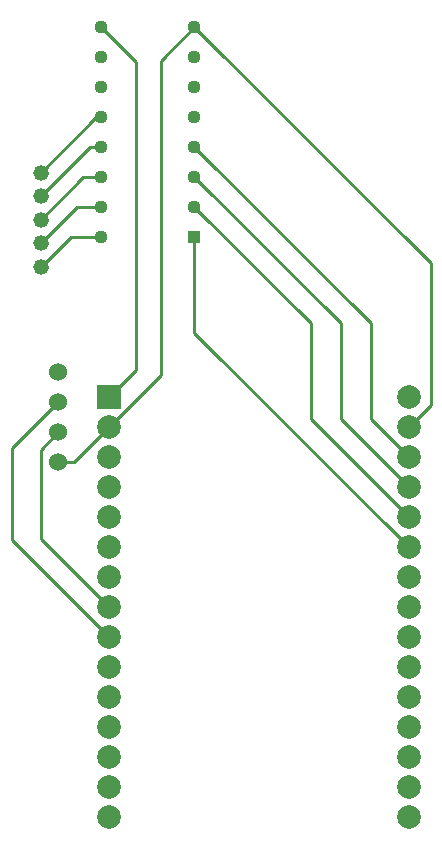
<source format=gbr>
%TF.GenerationSoftware,KiCad,Pcbnew,7.0.9*%
%TF.CreationDate,2023-11-29T15:21:19-05:00*%
%TF.ProjectId,Foodinator,466f6f64-696e-4617-946f-722e6b696361,rev?*%
%TF.SameCoordinates,Original*%
%TF.FileFunction,Copper,L2,Bot*%
%TF.FilePolarity,Positive*%
%FSLAX46Y46*%
G04 Gerber Fmt 4.6, Leading zero omitted, Abs format (unit mm)*
G04 Created by KiCad (PCBNEW 7.0.9) date 2023-11-29 15:21:19*
%MOMM*%
%LPD*%
G01*
G04 APERTURE LIST*
%TA.AperFunction,ComponentPad*%
%ADD10R,2.000000X2.000000*%
%TD*%
%TA.AperFunction,ComponentPad*%
%ADD11C,2.000000*%
%TD*%
%TA.AperFunction,ComponentPad*%
%ADD12C,1.320800*%
%TD*%
%TA.AperFunction,ComponentPad*%
%ADD13C,1.530000*%
%TD*%
%TA.AperFunction,ComponentPad*%
%ADD14R,1.130000X1.130000*%
%TD*%
%TA.AperFunction,ComponentPad*%
%ADD15C,1.130000*%
%TD*%
%TA.AperFunction,Conductor*%
%ADD16C,0.250000*%
%TD*%
G04 APERTURE END LIST*
D10*
%TO.P,U1,1,3V3*%
%TO.N,Net-(U1-3V3)*%
X99755000Y-89745000D03*
D11*
%TO.P,U1,2,GND*%
%TO.N,Net-(U2-GND)*%
X99755000Y-92285000D03*
%TO.P,U1,3,D15*%
%TO.N,unconnected-(U1-D15-Pad3)*%
X99755000Y-94825000D03*
%TO.P,U1,4,D2*%
%TO.N,unconnected-(U1-D2-Pad4)*%
X99755000Y-97365000D03*
%TO.P,U1,5,D4*%
%TO.N,unconnected-(U1-D4-Pad5)*%
X99755000Y-99905000D03*
%TO.P,U1,6,RX2*%
%TO.N,unconnected-(U1-RX2-Pad6)*%
X99755000Y-102445000D03*
%TO.P,U1,7,TX2*%
%TO.N,unconnected-(U1-TX2-Pad7)*%
X99755000Y-104985000D03*
%TO.P,U1,8,D5*%
%TO.N,Net-(U1-D5)*%
X99755000Y-107525000D03*
%TO.P,U1,9,D18*%
%TO.N,Net-(U1-D18)*%
X99755000Y-110065000D03*
%TO.P,U1,10,D19*%
%TO.N,unconnected-(U1-D19-Pad10)*%
X99755000Y-112605000D03*
%TO.P,U1,11,D21*%
%TO.N,unconnected-(U1-D21-Pad11)*%
X99755000Y-115145000D03*
%TO.P,U1,12,RX0*%
%TO.N,unconnected-(U1-RX0-Pad12)*%
X99755000Y-117685000D03*
%TO.P,U1,13,TX0*%
%TO.N,unconnected-(U1-TX0-Pad13)*%
X99755000Y-120225000D03*
%TO.P,U1,14,D22*%
%TO.N,unconnected-(U1-D22-Pad14)*%
X99755000Y-122765000D03*
%TO.P,U1,15,D23*%
%TO.N,unconnected-(U1-D23-Pad15)*%
X99755000Y-125305000D03*
%TO.P,U1,16,EN*%
%TO.N,unconnected-(U1-EN-Pad16)*%
X125155000Y-125305000D03*
%TO.P,U1,17,VP*%
%TO.N,unconnected-(U1-VP-Pad17)*%
X125155000Y-122765000D03*
%TO.P,U1,18,VN*%
%TO.N,unconnected-(U1-VN-Pad18)*%
X125155000Y-120225000D03*
%TO.P,U1,19,D34*%
%TO.N,unconnected-(U1-D34-Pad19)*%
X125155000Y-117685000D03*
%TO.P,U1,20,D35*%
%TO.N,unconnected-(U1-D35-Pad20)*%
X125155000Y-115145000D03*
%TO.P,U1,21,D32*%
%TO.N,unconnected-(U1-D32-Pad21)*%
X125155000Y-112605000D03*
%TO.P,U1,22,D33*%
%TO.N,unconnected-(U1-D33-Pad22)*%
X125155000Y-110065000D03*
%TO.P,U1,23,D25*%
%TO.N,unconnected-(U1-D25-Pad23)*%
X125155000Y-107525000D03*
%TO.P,U1,24,D26*%
%TO.N,unconnected-(U1-D26-Pad24)*%
X125155000Y-104985000D03*
%TO.P,U1,25,D27*%
%TO.N,Net-(U1-D27)*%
X125155000Y-102445000D03*
%TO.P,U1,26,D14*%
%TO.N,Net-(U1-D14)*%
X125155000Y-99905000D03*
%TO.P,U1,27,D12*%
%TO.N,Net-(U1-D12)*%
X125155000Y-97365000D03*
%TO.P,U1,28,D13*%
%TO.N,Net-(U1-D13)*%
X125155000Y-94825000D03*
%TO.P,U1,29,GND*%
%TO.N,Net-(U2-GND)*%
X125155000Y-92285000D03*
%TO.P,U1,30,VIN*%
%TO.N,unconnected-(U1-VIN-Pad30)*%
X125155000Y-89745000D03*
%TD*%
D12*
%TO.P,JP2,2,2*%
%TO.N,Net-(U2-O1)*%
X93980000Y-78740000D03*
%TO.P,JP2,3,3*%
%TO.N,Net-(U2-O2)*%
X93980000Y-76738480D03*
%TO.P,JP2,4,4*%
%TO.N,Net-(U2-O3)*%
X93980000Y-74742040D03*
%TO.P,JP2,5,5*%
%TO.N,Net-(U2-O4)*%
X93980000Y-72740520D03*
%TO.P,JP2,6,6*%
%TO.N,Net-(U2-O5)*%
X93980000Y-70741540D03*
%TD*%
D13*
%TO.P,U3,1,VCC*%
%TO.N,Net-(U1-3V3)*%
X95485000Y-87630000D03*
%TO.P,U3,2,TRIG*%
%TO.N,Net-(U1-D18)*%
X95485000Y-90170000D03*
%TO.P,U3,3,ECHO*%
%TO.N,Net-(U1-D5)*%
X95485000Y-92710000D03*
%TO.P,U3,4,GND*%
%TO.N,Net-(U2-GND)*%
X95485000Y-95250000D03*
%TD*%
D14*
%TO.P,U2,1,I1*%
%TO.N,Net-(U1-D27)*%
X107000000Y-76200000D03*
D15*
%TO.P,U2,2,I2*%
%TO.N,Net-(U1-D14)*%
X107000000Y-73660000D03*
%TO.P,U2,3,I3*%
%TO.N,Net-(U1-D12)*%
X107000000Y-71120000D03*
%TO.P,U2,4,I4*%
%TO.N,Net-(U1-D13)*%
X107000000Y-68580000D03*
%TO.P,U2,5,I5*%
%TO.N,unconnected-(U2-I5-Pad5)*%
X107000000Y-66040000D03*
%TO.P,U2,6,I6*%
%TO.N,unconnected-(U2-I6-Pad6)*%
X107000000Y-63500000D03*
%TO.P,U2,7,I7*%
%TO.N,unconnected-(U2-I7-Pad7)*%
X107000000Y-60960000D03*
%TO.P,U2,8,GND*%
%TO.N,Net-(U2-GND)*%
X107000000Y-58420000D03*
%TO.P,U2,9,COM*%
%TO.N,Net-(U1-3V3)*%
X99060000Y-58420000D03*
%TO.P,U2,10,O7*%
%TO.N,unconnected-(U2-O7-Pad10)*%
X99060000Y-60960000D03*
%TO.P,U2,11,O6*%
%TO.N,unconnected-(U2-O6-Pad11)*%
X99060000Y-63500000D03*
%TO.P,U2,12,O5*%
%TO.N,Net-(U2-O5)*%
X99060000Y-66040000D03*
%TO.P,U2,13,O4*%
%TO.N,Net-(U2-O4)*%
X99060000Y-68580000D03*
%TO.P,U2,14,O3*%
%TO.N,Net-(U2-O3)*%
X99060000Y-71120000D03*
%TO.P,U2,15,O2*%
%TO.N,Net-(U2-O2)*%
X99060000Y-73660000D03*
%TO.P,U2,16,O1*%
%TO.N,Net-(U2-O1)*%
X99060000Y-76200000D03*
%TD*%
D16*
%TO.N,Net-(U1-D13)*%
X121920000Y-91590000D02*
X125155000Y-94825000D01*
X121920000Y-83500000D02*
X121920000Y-91590000D01*
X107000000Y-68580000D02*
X121920000Y-83500000D01*
%TO.N,Net-(U1-D12)*%
X119380000Y-83500000D02*
X119380000Y-91590000D01*
X107000000Y-71120000D02*
X119380000Y-83500000D01*
X119380000Y-91590000D02*
X125155000Y-97365000D01*
%TO.N,Net-(U1-D14)*%
X116840000Y-83500000D02*
X116840000Y-91590000D01*
X107000000Y-73660000D02*
X116840000Y-83500000D01*
X116840000Y-91590000D02*
X125155000Y-99905000D01*
%TO.N,Net-(U2-GND)*%
X127000000Y-78420000D02*
X107000000Y-58420000D01*
X127000000Y-90440000D02*
X127000000Y-78420000D01*
X125155000Y-92285000D02*
X127000000Y-90440000D01*
X104140000Y-87900000D02*
X99755000Y-92285000D01*
X104140000Y-61280000D02*
X104140000Y-87900000D01*
X107000000Y-58420000D02*
X104140000Y-61280000D01*
%TO.N,Net-(U1-D5)*%
X93980000Y-101750000D02*
X99755000Y-107525000D01*
X93980000Y-94215000D02*
X93980000Y-101750000D01*
X95485000Y-92710000D02*
X93980000Y-94215000D01*
%TO.N,Net-(U1-D18)*%
X91565000Y-101875000D02*
X99755000Y-110065000D01*
X91565000Y-94090000D02*
X91565000Y-101875000D01*
X95485000Y-90170000D02*
X91565000Y-94090000D01*
%TO.N,Net-(U1-D27)*%
X107000000Y-84290000D02*
X125155000Y-102445000D01*
X107000000Y-76200000D02*
X107000000Y-84290000D01*
%TO.N,Net-(U2-GND)*%
X96790000Y-95250000D02*
X99755000Y-92285000D01*
X95485000Y-95250000D02*
X96790000Y-95250000D01*
%TO.N,Net-(U1-3V3)*%
X102050000Y-61410000D02*
X99060000Y-58420000D01*
X102050000Y-87450000D02*
X102050000Y-61410000D01*
X99755000Y-89745000D02*
X102050000Y-87450000D01*
%TO.N,Net-(U2-O5)*%
X93980000Y-70741540D02*
X98681540Y-66040000D01*
X98681540Y-66040000D02*
X99060000Y-66040000D01*
%TO.N,Net-(U2-O4)*%
X93980000Y-72740520D02*
X98140520Y-68580000D01*
X98140520Y-68580000D02*
X99060000Y-68580000D01*
%TO.N,Net-(U2-O3)*%
X97602040Y-71120000D02*
X99060000Y-71120000D01*
X93980000Y-74742040D02*
X97602040Y-71120000D01*
%TO.N,Net-(U2-O2)*%
X93980000Y-76738480D02*
X97058480Y-73660000D01*
X97058480Y-73660000D02*
X99060000Y-73660000D01*
%TO.N,Net-(U2-O1)*%
X96520000Y-76200000D02*
X99060000Y-76200000D01*
X93980000Y-78740000D02*
X96520000Y-76200000D01*
%TD*%
M02*

</source>
